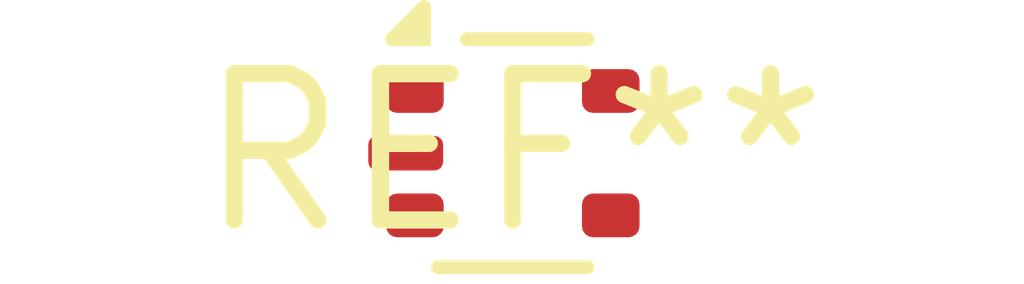
<source format=kicad_pcb>
(kicad_pcb (version 20240108) (generator pcbnew)
  (layers (0 "F.Cu" signal) (31 "B.Cu" signal) (34 "B.Paste" user) (35 "F.Paste" user) (36 "B.SilkS" user "B.Silkscreen") (37 "F.SilkS" user "F.Silkscreen") (38 "B.Mask" user) (39 "F.Mask" user) (44 "Edge.Cuts" user))
  (net 0 "")
  (footprint "SOT-665" (layer "F.Cu") (at 0 0)
    (property "Reference" "REF**")
    (property "Value" "SOT-665")
    (fp_line (start -0.65 0.99) (end 0.65 0.99) (layer "F.SilkS") (stroke (width 0.12)))
    (fp_line (start 0.65 -0.99) (end -0.4 -0.99) (layer "F.SilkS") (stroke (width 0.12)))
    (fp_poly (pts (xy -0.77 -0.99) (xy -1.05 -0.99) (xy -0.77 -1.27) (xy -0.77 -0.99)) (layer "F.SilkS") (stroke (width 0.12)) (fill solid))
    (pad "1" smd roundrect (at -0.85 -0.54) (size 0.5 0.38) (layers "F.Cu" "F.Paste" "F.Mask"))
    (pad "2" smd roundrect (at -0.93 0) (size 0.65 0.3) (layers "F.Cu" "F.Paste" "F.Mask"))
    (pad "3" smd roundrect (at -0.85 0.54) (size 0.5 0.38) (layers "F.Cu" "F.Paste" "F.Mask"))
    (pad "4" smd roundrect (at 0.85 0.54) (size 0.5 0.38) (layers "F.Cu" "F.Paste" "F.Mask"))
    (pad "5" smd roundrect (at 0.85 -0.54) (size 0.5 0.38) (layers "F.Cu" "F.Paste" "F.Mask"))
  )
)
</source>
